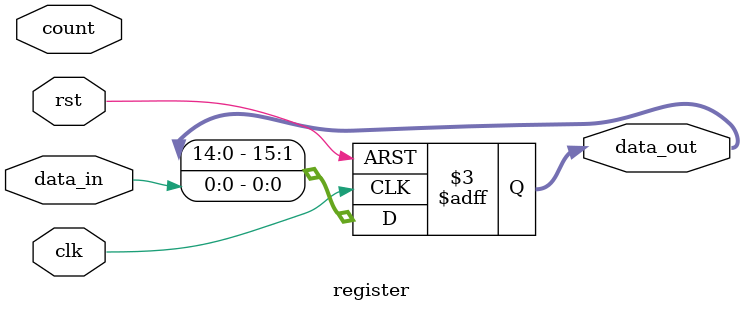
<source format=v>
`timescale 1ns / 1ps


module register(
    input rst,
    input clk,
    input [4:0] count,
    output reg [15:0] data_out,
    input data_in
    );
    
    always @ (posedge clk, posedge rst)
    begin
        if (rst == 1'b1) begin
            data_out <= 16'b0;
        end else begin
            data_out <= {data_out[14:0], data_in};
        end
    end
endmodule

</source>
